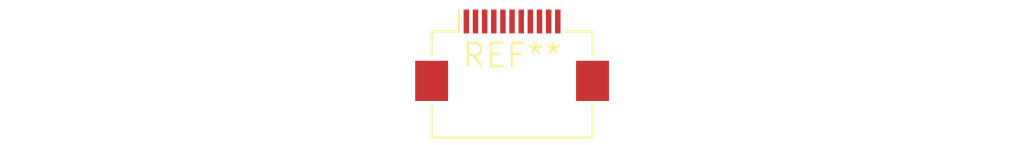
<source format=kicad_pcb>
(kicad_pcb (version 20240108) (generator pcbnew)
  (layers (0 "F.Cu" signal) (31 "B.Cu" signal) (34 "B.Paste" user) (35 "F.Paste" user) (36 "B.SilkS" user "B.Silkscreen") (37 "F.SilkS" user "F.Silkscreen") (38 "B.Mask" user) (39 "F.Mask" user) (44 "Edge.Cuts" user))
  (net 0 "")
  (footprint "Hirose_FH12-11S-0.5SH_1x11-1MP_P0.50mm_Horizontal" (layer "F.Cu") (at 0 0)
    (property "Reference" "REF**")
    (property "Value" "Hirose_FH12-11S-0.5SH_1x11-1MP_P0.50mm_Horizontal")
    (fp_line (start -4.4 -1.3) (end -4.4 0.04) (layer "F.SilkS") (stroke (width 0.12)))
    (fp_line (start -4.4 2.76) (end -4.4 4.5) (layer "F.SilkS") (stroke (width 0.12)))
    (fp_line (start -4.4 4.5) (end 4.4 4.5) (layer "F.SilkS") (stroke (width 0.12)))
    (fp_line (start -2.91 -1.3) (end -4.4 -1.3) (layer "F.SilkS") (stroke (width 0.12)))
    (fp_line (start -2.91 -1.3) (end -2.91 -2.5) (layer "F.SilkS") (stroke (width 0.12)))
    (fp_line (start 2.91 -1.3) (end 4.4 -1.3) (layer "F.SilkS") (stroke (width 0.12)))
    (fp_line (start 4.4 -1.3) (end 4.4 0.04) (layer "F.SilkS") (stroke (width 0.12)))
    (fp_line (start 4.4 4.5) (end 4.4 2.76) (layer "F.SilkS") (stroke (width 0.12)))
    (pad "1" smd rect (at -2.5 -1.85) (size 0.3 1.3) (layers "F.Cu" "F.Paste" "F.Mask"))
    (pad "2" smd rect (at -2 -1.85) (size 0.3 1.3) (layers "F.Cu" "F.Paste" "F.Mask"))
    (pad "3" smd rect (at -1.5 -1.85) (size 0.3 1.3) (layers "F.Cu" "F.Paste" "F.Mask"))
    (pad "4" smd rect (at -1 -1.85) (size 0.3 1.3) (layers "F.Cu" "F.Paste" "F.Mask"))
    (pad "5" smd rect (at -0.5 -1.85) (size 0.3 1.3) (layers "F.Cu" "F.Paste" "F.Mask"))
    (pad "6" smd rect (at 0 -1.85) (size 0.3 1.3) (layers "F.Cu" "F.Paste" "F.Mask"))
    (pad "7" smd rect (at 0.5 -1.85) (size 0.3 1.3) (layers "F.Cu" "F.Paste" "F.Mask"))
    (pad "8" smd rect (at 1 -1.85) (size 0.3 1.3) (layers "F.Cu" "F.Paste" "F.Mask"))
    (pad "9" smd rect (at 1.5 -1.85) (size 0.3 1.3) (layers "F.Cu" "F.Paste" "F.Mask"))
    (pad "10" smd rect (at 2 -1.85) (size 0.3 1.3) (layers "F.Cu" "F.Paste" "F.Mask"))
    (pad "11" smd rect (at 2.5 -1.85) (size 0.3 1.3) (layers "F.Cu" "F.Paste" "F.Mask"))
    (pad "MP" smd rect (at -4.4 1.4) (size 1.8 2.2) (layers "F.Cu" "F.Paste" "F.Mask"))
    (pad "MP" smd rect (at 4.4 1.4) (size 1.8 2.2) (layers "F.Cu" "F.Paste" "F.Mask"))
  )
)
</source>
